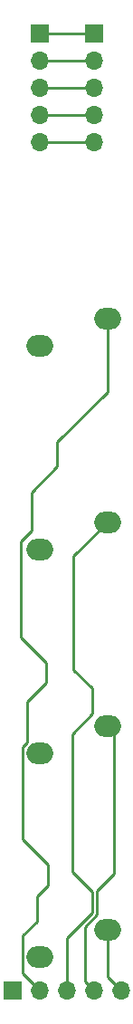
<source format=gbr>
%TF.GenerationSoftware,KiCad,Pcbnew,(6.0.1-0)*%
%TF.CreationDate,2022-01-31T23:33:36+08:00*%
%TF.ProjectId,Phalanx,5068616c-616e-4782-9e6b-696361645f70,rev?*%
%TF.SameCoordinates,Original*%
%TF.FileFunction,Copper,L1,Top*%
%TF.FilePolarity,Positive*%
%FSLAX46Y46*%
G04 Gerber Fmt 4.6, Leading zero omitted, Abs format (unit mm)*
G04 Created by KiCad (PCBNEW (6.0.1-0)) date 2022-01-31 23:33:36*
%MOMM*%
%LPD*%
G01*
G04 APERTURE LIST*
%TA.AperFunction,ComponentPad*%
%ADD10R,1.700000X1.700000*%
%TD*%
%TA.AperFunction,ComponentPad*%
%ADD11O,1.700000X1.700000*%
%TD*%
%TA.AperFunction,ComponentPad*%
%ADD12O,2.500000X2.000000*%
%TD*%
%TA.AperFunction,Conductor*%
%ADD13C,0.250000*%
%TD*%
G04 APERTURE END LIST*
D10*
%TO.P,J3,1,Pin_1*%
%TO.N,Col1*%
X96520000Y-144145000D03*
D11*
%TO.P,J3,2,Pin_2*%
%TO.N,Row1*%
X99060000Y-144145000D03*
%TO.P,J3,3,Pin_3*%
%TO.N,Row2*%
X101600000Y-144145000D03*
%TO.P,J3,4,Pin_4*%
%TO.N,Row3*%
X104140000Y-144145000D03*
%TO.P,J3,5,Pin_5*%
%TO.N,Row4*%
X106680000Y-144145000D03*
%TD*%
D12*
%TO.P,SW4,1,1*%
%TO.N,Col1*%
X99060000Y-140970000D03*
%TO.P,SW4,2,2*%
%TO.N,Row4*%
X105410000Y-138430000D03*
%TD*%
%TO.P,SW3,1,1*%
%TO.N,Col1*%
X99060000Y-121920000D03*
%TO.P,SW3,2,2*%
%TO.N,Row3*%
X105410000Y-119380000D03*
%TD*%
%TO.P,SW2,1,1*%
%TO.N,Col1*%
X99060000Y-102870000D03*
%TO.P,SW2,2,2*%
%TO.N,Row2*%
X105410000Y-100330000D03*
%TD*%
%TO.P,SW1,1,1*%
%TO.N,Col1*%
X99060000Y-83820000D03*
%TO.P,SW1,2,2*%
%TO.N,Row1*%
X105410000Y-81280000D03*
%TD*%
D10*
%TO.P,J1,1,Pin_1*%
%TO.N,Col1*%
X104140000Y-54610000D03*
D11*
%TO.P,J1,2,Pin_2*%
%TO.N,Row1*%
X104140000Y-57150000D03*
%TO.P,J1,3,Pin_3*%
%TO.N,Row2*%
X104140000Y-59690000D03*
%TO.P,J1,4,Pin_4*%
%TO.N,Row3*%
X104140000Y-62230000D03*
%TO.P,J1,5,Pin_5*%
%TO.N,Row4*%
X104140000Y-64770000D03*
%TD*%
D10*
%TO.P,J2,1,Pin_1*%
%TO.N,Col1*%
X99060000Y-54610000D03*
D11*
%TO.P,J2,2,Pin_2*%
%TO.N,Row1*%
X99060000Y-57150000D03*
%TO.P,J2,3,Pin_3*%
%TO.N,Row2*%
X99060000Y-59690000D03*
%TO.P,J2,4,Pin_4*%
%TO.N,Row3*%
X99060000Y-62230000D03*
%TO.P,J2,5,Pin_5*%
%TO.N,Row4*%
X99060000Y-64770000D03*
%TD*%
D13*
%TO.N,Row1*%
X105410000Y-81280000D02*
X105410000Y-88138000D01*
X98298000Y-101092000D02*
X97282000Y-102108000D01*
X99664521Y-113523547D02*
X99664521Y-115346479D01*
X99664521Y-115346479D02*
X97917000Y-117094000D01*
X98298000Y-97536000D02*
X98298000Y-101092000D01*
X97917000Y-120939846D02*
X97485480Y-121371366D01*
X98806000Y-135325919D02*
X98806000Y-137668000D01*
X105410000Y-88138000D02*
X100711000Y-92837000D01*
X100711000Y-92837000D02*
X100711000Y-95123000D01*
X97917000Y-117094000D02*
X97917000Y-120939846D01*
X100711000Y-95123000D02*
X98298000Y-97536000D01*
X98806000Y-137668000D02*
X97485480Y-138988520D01*
X97485480Y-138988520D02*
X97485480Y-142570480D01*
X97282000Y-102108000D02*
X97282000Y-111141026D01*
X97282000Y-111141026D02*
X99664521Y-113523547D01*
X97485480Y-121371366D02*
X97485480Y-129997480D01*
X97485480Y-129997480D02*
X99822000Y-132334000D01*
X99822000Y-132334000D02*
X99822000Y-134309919D01*
X99822000Y-134309919D02*
X98806000Y-135325919D01*
X97485480Y-142570480D02*
X99060000Y-144145000D01*
%TO.N,Row3*%
X105410000Y-119380000D02*
X106014521Y-119984521D01*
X106014521Y-119984521D02*
X106014521Y-133253479D01*
X104424031Y-134843969D02*
X104424031Y-137059754D01*
X104424031Y-137059754D02*
X103290000Y-138193785D01*
X106014521Y-133253479D02*
X104424031Y-134843969D01*
X103290000Y-138193785D02*
X103290000Y-143295000D01*
X103290000Y-143295000D02*
X104140000Y-144145000D01*
%TO.N,Row2*%
X105410000Y-100330000D02*
X102265479Y-103474521D01*
X102108000Y-133039919D02*
X103974521Y-134906440D01*
X102265479Y-103474521D02*
X102265479Y-114147398D01*
X102265479Y-114147398D02*
X103974521Y-115856440D01*
X103974521Y-115856440D02*
X103974521Y-118275479D01*
X102108000Y-120142000D02*
X102108000Y-133039919D01*
X103974521Y-118275479D02*
X102108000Y-120142000D01*
X103974521Y-134906440D02*
X103974521Y-136873560D01*
X103974521Y-136873560D02*
X101600000Y-139248081D01*
X101600000Y-139248081D02*
X101600000Y-144145000D01*
%TO.N,Row4*%
X99060000Y-64770000D02*
X104140000Y-64770000D01*
%TO.N,Row3*%
X104140000Y-62230000D02*
X99060000Y-62230000D01*
%TO.N,Row2*%
X99060000Y-59690000D02*
X104140000Y-59690000D01*
%TO.N,Row1*%
X104140000Y-57150000D02*
X99060000Y-57150000D01*
%TO.N,Col1*%
X99060000Y-54610000D02*
X104140000Y-54610000D01*
%TO.N,Row4*%
X105410000Y-138430000D02*
X105410000Y-142875000D01*
X105410000Y-142875000D02*
X106680000Y-144145000D01*
%TD*%
M02*

</source>
